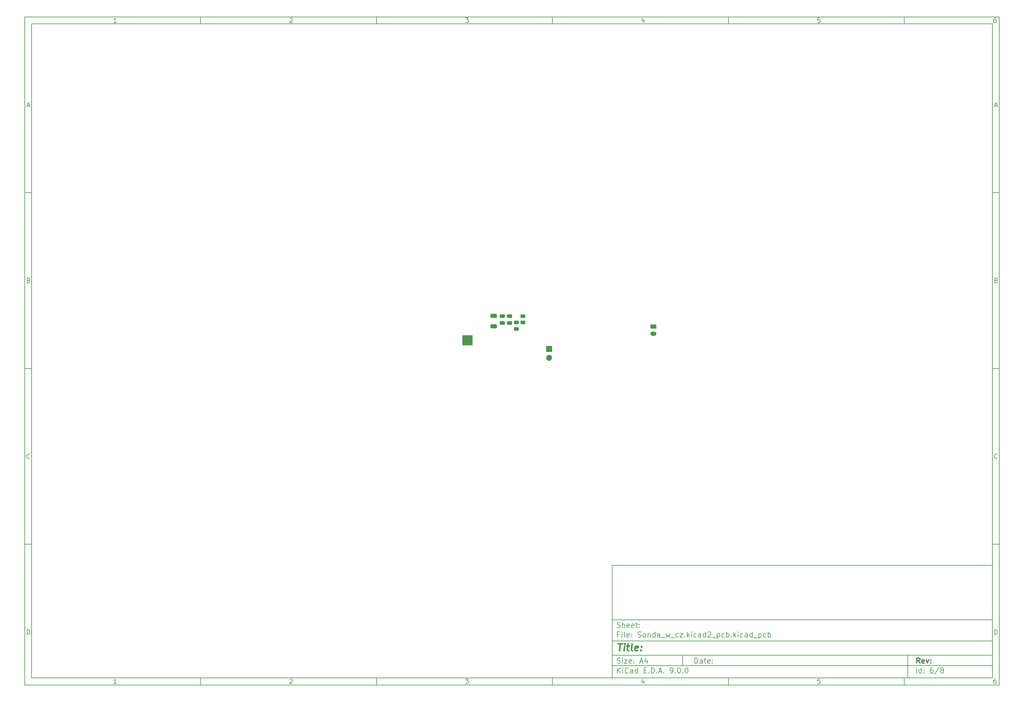
<source format=gbs>
%TF.GenerationSoftware,KiCad,Pcbnew,9.0.0*%
%TF.CreationDate,2025-03-20T15:23:59+01:00*%
%TF.ProjectId,Sonda_w_cz.kicad2_pcb,536f6e64-615f-4775-9f63-7a2e6b696361,rev?*%
%TF.SameCoordinates,Original*%
%TF.FileFunction,Soldermask,Bot*%
%TF.FilePolarity,Negative*%
%FSLAX46Y46*%
G04 Gerber Fmt 4.6, Leading zero omitted, Abs format (unit mm)*
G04 Created by KiCad (PCBNEW 9.0.0) date 2025-03-20 15:23:59*
%MOMM*%
%LPD*%
G01*
G04 APERTURE LIST*
G04 Aperture macros list*
%AMRoundRect*
0 Rectangle with rounded corners*
0 $1 Rounding radius*
0 $2 $3 $4 $5 $6 $7 $8 $9 X,Y pos of 4 corners*
0 Add a 4 corners polygon primitive as box body*
4,1,4,$2,$3,$4,$5,$6,$7,$8,$9,$2,$3,0*
0 Add four circle primitives for the rounded corners*
1,1,$1+$1,$2,$3*
1,1,$1+$1,$4,$5*
1,1,$1+$1,$6,$7*
1,1,$1+$1,$8,$9*
0 Add four rect primitives between the rounded corners*
20,1,$1+$1,$2,$3,$4,$5,0*
20,1,$1+$1,$4,$5,$6,$7,0*
20,1,$1+$1,$6,$7,$8,$9,0*
20,1,$1+$1,$8,$9,$2,$3,0*%
G04 Aperture macros list end*
%ADD10C,0.100000*%
%ADD11C,0.150000*%
%ADD12C,0.300000*%
%ADD13C,0.400000*%
%ADD14R,1.700000X1.700000*%
%ADD15O,1.700000X1.700000*%
%ADD16RoundRect,0.250000X-0.625000X0.350000X-0.625000X-0.350000X0.625000X-0.350000X0.625000X0.350000X0*%
%ADD17O,1.750000X1.200000*%
%ADD18R,3.000000X3.000000*%
%ADD19RoundRect,0.250000X-0.450000X0.262500X-0.450000X-0.262500X0.450000X-0.262500X0.450000X0.262500X0*%
%ADD20RoundRect,0.250000X0.475000X-0.250000X0.475000X0.250000X-0.475000X0.250000X-0.475000X-0.250000X0*%
%ADD21RoundRect,0.250000X0.650000X-0.325000X0.650000X0.325000X-0.650000X0.325000X-0.650000X-0.325000X0*%
G04 APERTURE END LIST*
D10*
D11*
X177002200Y-166007200D02*
X285002200Y-166007200D01*
X285002200Y-198007200D01*
X177002200Y-198007200D01*
X177002200Y-166007200D01*
D10*
D11*
X10000000Y-10000000D02*
X287002200Y-10000000D01*
X287002200Y-200007200D01*
X10000000Y-200007200D01*
X10000000Y-10000000D01*
D10*
D11*
X12000000Y-12000000D02*
X285002200Y-12000000D01*
X285002200Y-198007200D01*
X12000000Y-198007200D01*
X12000000Y-12000000D01*
D10*
D11*
X60000000Y-12000000D02*
X60000000Y-10000000D01*
D10*
D11*
X110000000Y-12000000D02*
X110000000Y-10000000D01*
D10*
D11*
X160000000Y-12000000D02*
X160000000Y-10000000D01*
D10*
D11*
X210000000Y-12000000D02*
X210000000Y-10000000D01*
D10*
D11*
X260000000Y-12000000D02*
X260000000Y-10000000D01*
D10*
D11*
X36089160Y-11593604D02*
X35346303Y-11593604D01*
X35717731Y-11593604D02*
X35717731Y-10293604D01*
X35717731Y-10293604D02*
X35593922Y-10479319D01*
X35593922Y-10479319D02*
X35470112Y-10603128D01*
X35470112Y-10603128D02*
X35346303Y-10665033D01*
D10*
D11*
X85346303Y-10417414D02*
X85408207Y-10355509D01*
X85408207Y-10355509D02*
X85532017Y-10293604D01*
X85532017Y-10293604D02*
X85841541Y-10293604D01*
X85841541Y-10293604D02*
X85965350Y-10355509D01*
X85965350Y-10355509D02*
X86027255Y-10417414D01*
X86027255Y-10417414D02*
X86089160Y-10541223D01*
X86089160Y-10541223D02*
X86089160Y-10665033D01*
X86089160Y-10665033D02*
X86027255Y-10850747D01*
X86027255Y-10850747D02*
X85284398Y-11593604D01*
X85284398Y-11593604D02*
X86089160Y-11593604D01*
D10*
D11*
X135284398Y-10293604D02*
X136089160Y-10293604D01*
X136089160Y-10293604D02*
X135655826Y-10788842D01*
X135655826Y-10788842D02*
X135841541Y-10788842D01*
X135841541Y-10788842D02*
X135965350Y-10850747D01*
X135965350Y-10850747D02*
X136027255Y-10912652D01*
X136027255Y-10912652D02*
X136089160Y-11036461D01*
X136089160Y-11036461D02*
X136089160Y-11345985D01*
X136089160Y-11345985D02*
X136027255Y-11469795D01*
X136027255Y-11469795D02*
X135965350Y-11531700D01*
X135965350Y-11531700D02*
X135841541Y-11593604D01*
X135841541Y-11593604D02*
X135470112Y-11593604D01*
X135470112Y-11593604D02*
X135346303Y-11531700D01*
X135346303Y-11531700D02*
X135284398Y-11469795D01*
D10*
D11*
X185965350Y-10726938D02*
X185965350Y-11593604D01*
X185655826Y-10231700D02*
X185346303Y-11160271D01*
X185346303Y-11160271D02*
X186151064Y-11160271D01*
D10*
D11*
X236027255Y-10293604D02*
X235408207Y-10293604D01*
X235408207Y-10293604D02*
X235346303Y-10912652D01*
X235346303Y-10912652D02*
X235408207Y-10850747D01*
X235408207Y-10850747D02*
X235532017Y-10788842D01*
X235532017Y-10788842D02*
X235841541Y-10788842D01*
X235841541Y-10788842D02*
X235965350Y-10850747D01*
X235965350Y-10850747D02*
X236027255Y-10912652D01*
X236027255Y-10912652D02*
X236089160Y-11036461D01*
X236089160Y-11036461D02*
X236089160Y-11345985D01*
X236089160Y-11345985D02*
X236027255Y-11469795D01*
X236027255Y-11469795D02*
X235965350Y-11531700D01*
X235965350Y-11531700D02*
X235841541Y-11593604D01*
X235841541Y-11593604D02*
X235532017Y-11593604D01*
X235532017Y-11593604D02*
X235408207Y-11531700D01*
X235408207Y-11531700D02*
X235346303Y-11469795D01*
D10*
D11*
X285965350Y-10293604D02*
X285717731Y-10293604D01*
X285717731Y-10293604D02*
X285593922Y-10355509D01*
X285593922Y-10355509D02*
X285532017Y-10417414D01*
X285532017Y-10417414D02*
X285408207Y-10603128D01*
X285408207Y-10603128D02*
X285346303Y-10850747D01*
X285346303Y-10850747D02*
X285346303Y-11345985D01*
X285346303Y-11345985D02*
X285408207Y-11469795D01*
X285408207Y-11469795D02*
X285470112Y-11531700D01*
X285470112Y-11531700D02*
X285593922Y-11593604D01*
X285593922Y-11593604D02*
X285841541Y-11593604D01*
X285841541Y-11593604D02*
X285965350Y-11531700D01*
X285965350Y-11531700D02*
X286027255Y-11469795D01*
X286027255Y-11469795D02*
X286089160Y-11345985D01*
X286089160Y-11345985D02*
X286089160Y-11036461D01*
X286089160Y-11036461D02*
X286027255Y-10912652D01*
X286027255Y-10912652D02*
X285965350Y-10850747D01*
X285965350Y-10850747D02*
X285841541Y-10788842D01*
X285841541Y-10788842D02*
X285593922Y-10788842D01*
X285593922Y-10788842D02*
X285470112Y-10850747D01*
X285470112Y-10850747D02*
X285408207Y-10912652D01*
X285408207Y-10912652D02*
X285346303Y-11036461D01*
D10*
D11*
X60000000Y-198007200D02*
X60000000Y-200007200D01*
D10*
D11*
X110000000Y-198007200D02*
X110000000Y-200007200D01*
D10*
D11*
X160000000Y-198007200D02*
X160000000Y-200007200D01*
D10*
D11*
X210000000Y-198007200D02*
X210000000Y-200007200D01*
D10*
D11*
X260000000Y-198007200D02*
X260000000Y-200007200D01*
D10*
D11*
X36089160Y-199600804D02*
X35346303Y-199600804D01*
X35717731Y-199600804D02*
X35717731Y-198300804D01*
X35717731Y-198300804D02*
X35593922Y-198486519D01*
X35593922Y-198486519D02*
X35470112Y-198610328D01*
X35470112Y-198610328D02*
X35346303Y-198672233D01*
D10*
D11*
X85346303Y-198424614D02*
X85408207Y-198362709D01*
X85408207Y-198362709D02*
X85532017Y-198300804D01*
X85532017Y-198300804D02*
X85841541Y-198300804D01*
X85841541Y-198300804D02*
X85965350Y-198362709D01*
X85965350Y-198362709D02*
X86027255Y-198424614D01*
X86027255Y-198424614D02*
X86089160Y-198548423D01*
X86089160Y-198548423D02*
X86089160Y-198672233D01*
X86089160Y-198672233D02*
X86027255Y-198857947D01*
X86027255Y-198857947D02*
X85284398Y-199600804D01*
X85284398Y-199600804D02*
X86089160Y-199600804D01*
D10*
D11*
X135284398Y-198300804D02*
X136089160Y-198300804D01*
X136089160Y-198300804D02*
X135655826Y-198796042D01*
X135655826Y-198796042D02*
X135841541Y-198796042D01*
X135841541Y-198796042D02*
X135965350Y-198857947D01*
X135965350Y-198857947D02*
X136027255Y-198919852D01*
X136027255Y-198919852D02*
X136089160Y-199043661D01*
X136089160Y-199043661D02*
X136089160Y-199353185D01*
X136089160Y-199353185D02*
X136027255Y-199476995D01*
X136027255Y-199476995D02*
X135965350Y-199538900D01*
X135965350Y-199538900D02*
X135841541Y-199600804D01*
X135841541Y-199600804D02*
X135470112Y-199600804D01*
X135470112Y-199600804D02*
X135346303Y-199538900D01*
X135346303Y-199538900D02*
X135284398Y-199476995D01*
D10*
D11*
X185965350Y-198734138D02*
X185965350Y-199600804D01*
X185655826Y-198238900D02*
X185346303Y-199167471D01*
X185346303Y-199167471D02*
X186151064Y-199167471D01*
D10*
D11*
X236027255Y-198300804D02*
X235408207Y-198300804D01*
X235408207Y-198300804D02*
X235346303Y-198919852D01*
X235346303Y-198919852D02*
X235408207Y-198857947D01*
X235408207Y-198857947D02*
X235532017Y-198796042D01*
X235532017Y-198796042D02*
X235841541Y-198796042D01*
X235841541Y-198796042D02*
X235965350Y-198857947D01*
X235965350Y-198857947D02*
X236027255Y-198919852D01*
X236027255Y-198919852D02*
X236089160Y-199043661D01*
X236089160Y-199043661D02*
X236089160Y-199353185D01*
X236089160Y-199353185D02*
X236027255Y-199476995D01*
X236027255Y-199476995D02*
X235965350Y-199538900D01*
X235965350Y-199538900D02*
X235841541Y-199600804D01*
X235841541Y-199600804D02*
X235532017Y-199600804D01*
X235532017Y-199600804D02*
X235408207Y-199538900D01*
X235408207Y-199538900D02*
X235346303Y-199476995D01*
D10*
D11*
X285965350Y-198300804D02*
X285717731Y-198300804D01*
X285717731Y-198300804D02*
X285593922Y-198362709D01*
X285593922Y-198362709D02*
X285532017Y-198424614D01*
X285532017Y-198424614D02*
X285408207Y-198610328D01*
X285408207Y-198610328D02*
X285346303Y-198857947D01*
X285346303Y-198857947D02*
X285346303Y-199353185D01*
X285346303Y-199353185D02*
X285408207Y-199476995D01*
X285408207Y-199476995D02*
X285470112Y-199538900D01*
X285470112Y-199538900D02*
X285593922Y-199600804D01*
X285593922Y-199600804D02*
X285841541Y-199600804D01*
X285841541Y-199600804D02*
X285965350Y-199538900D01*
X285965350Y-199538900D02*
X286027255Y-199476995D01*
X286027255Y-199476995D02*
X286089160Y-199353185D01*
X286089160Y-199353185D02*
X286089160Y-199043661D01*
X286089160Y-199043661D02*
X286027255Y-198919852D01*
X286027255Y-198919852D02*
X285965350Y-198857947D01*
X285965350Y-198857947D02*
X285841541Y-198796042D01*
X285841541Y-198796042D02*
X285593922Y-198796042D01*
X285593922Y-198796042D02*
X285470112Y-198857947D01*
X285470112Y-198857947D02*
X285408207Y-198919852D01*
X285408207Y-198919852D02*
X285346303Y-199043661D01*
D10*
D11*
X10000000Y-60000000D02*
X12000000Y-60000000D01*
D10*
D11*
X10000000Y-110000000D02*
X12000000Y-110000000D01*
D10*
D11*
X10000000Y-160000000D02*
X12000000Y-160000000D01*
D10*
D11*
X10690476Y-35222176D02*
X11309523Y-35222176D01*
X10566666Y-35593604D02*
X10999999Y-34293604D01*
X10999999Y-34293604D02*
X11433333Y-35593604D01*
D10*
D11*
X11092857Y-84912652D02*
X11278571Y-84974557D01*
X11278571Y-84974557D02*
X11340476Y-85036461D01*
X11340476Y-85036461D02*
X11402380Y-85160271D01*
X11402380Y-85160271D02*
X11402380Y-85345985D01*
X11402380Y-85345985D02*
X11340476Y-85469795D01*
X11340476Y-85469795D02*
X11278571Y-85531700D01*
X11278571Y-85531700D02*
X11154761Y-85593604D01*
X11154761Y-85593604D02*
X10659523Y-85593604D01*
X10659523Y-85593604D02*
X10659523Y-84293604D01*
X10659523Y-84293604D02*
X11092857Y-84293604D01*
X11092857Y-84293604D02*
X11216666Y-84355509D01*
X11216666Y-84355509D02*
X11278571Y-84417414D01*
X11278571Y-84417414D02*
X11340476Y-84541223D01*
X11340476Y-84541223D02*
X11340476Y-84665033D01*
X11340476Y-84665033D02*
X11278571Y-84788842D01*
X11278571Y-84788842D02*
X11216666Y-84850747D01*
X11216666Y-84850747D02*
X11092857Y-84912652D01*
X11092857Y-84912652D02*
X10659523Y-84912652D01*
D10*
D11*
X11402380Y-135469795D02*
X11340476Y-135531700D01*
X11340476Y-135531700D02*
X11154761Y-135593604D01*
X11154761Y-135593604D02*
X11030952Y-135593604D01*
X11030952Y-135593604D02*
X10845238Y-135531700D01*
X10845238Y-135531700D02*
X10721428Y-135407890D01*
X10721428Y-135407890D02*
X10659523Y-135284080D01*
X10659523Y-135284080D02*
X10597619Y-135036461D01*
X10597619Y-135036461D02*
X10597619Y-134850747D01*
X10597619Y-134850747D02*
X10659523Y-134603128D01*
X10659523Y-134603128D02*
X10721428Y-134479319D01*
X10721428Y-134479319D02*
X10845238Y-134355509D01*
X10845238Y-134355509D02*
X11030952Y-134293604D01*
X11030952Y-134293604D02*
X11154761Y-134293604D01*
X11154761Y-134293604D02*
X11340476Y-134355509D01*
X11340476Y-134355509D02*
X11402380Y-134417414D01*
D10*
D11*
X10659523Y-185593604D02*
X10659523Y-184293604D01*
X10659523Y-184293604D02*
X10969047Y-184293604D01*
X10969047Y-184293604D02*
X11154761Y-184355509D01*
X11154761Y-184355509D02*
X11278571Y-184479319D01*
X11278571Y-184479319D02*
X11340476Y-184603128D01*
X11340476Y-184603128D02*
X11402380Y-184850747D01*
X11402380Y-184850747D02*
X11402380Y-185036461D01*
X11402380Y-185036461D02*
X11340476Y-185284080D01*
X11340476Y-185284080D02*
X11278571Y-185407890D01*
X11278571Y-185407890D02*
X11154761Y-185531700D01*
X11154761Y-185531700D02*
X10969047Y-185593604D01*
X10969047Y-185593604D02*
X10659523Y-185593604D01*
D10*
D11*
X287002200Y-60000000D02*
X285002200Y-60000000D01*
D10*
D11*
X287002200Y-110000000D02*
X285002200Y-110000000D01*
D10*
D11*
X287002200Y-160000000D02*
X285002200Y-160000000D01*
D10*
D11*
X285692676Y-35222176D02*
X286311723Y-35222176D01*
X285568866Y-35593604D02*
X286002199Y-34293604D01*
X286002199Y-34293604D02*
X286435533Y-35593604D01*
D10*
D11*
X286095057Y-84912652D02*
X286280771Y-84974557D01*
X286280771Y-84974557D02*
X286342676Y-85036461D01*
X286342676Y-85036461D02*
X286404580Y-85160271D01*
X286404580Y-85160271D02*
X286404580Y-85345985D01*
X286404580Y-85345985D02*
X286342676Y-85469795D01*
X286342676Y-85469795D02*
X286280771Y-85531700D01*
X286280771Y-85531700D02*
X286156961Y-85593604D01*
X286156961Y-85593604D02*
X285661723Y-85593604D01*
X285661723Y-85593604D02*
X285661723Y-84293604D01*
X285661723Y-84293604D02*
X286095057Y-84293604D01*
X286095057Y-84293604D02*
X286218866Y-84355509D01*
X286218866Y-84355509D02*
X286280771Y-84417414D01*
X286280771Y-84417414D02*
X286342676Y-84541223D01*
X286342676Y-84541223D02*
X286342676Y-84665033D01*
X286342676Y-84665033D02*
X286280771Y-84788842D01*
X286280771Y-84788842D02*
X286218866Y-84850747D01*
X286218866Y-84850747D02*
X286095057Y-84912652D01*
X286095057Y-84912652D02*
X285661723Y-84912652D01*
D10*
D11*
X286404580Y-135469795D02*
X286342676Y-135531700D01*
X286342676Y-135531700D02*
X286156961Y-135593604D01*
X286156961Y-135593604D02*
X286033152Y-135593604D01*
X286033152Y-135593604D02*
X285847438Y-135531700D01*
X285847438Y-135531700D02*
X285723628Y-135407890D01*
X285723628Y-135407890D02*
X285661723Y-135284080D01*
X285661723Y-135284080D02*
X285599819Y-135036461D01*
X285599819Y-135036461D02*
X285599819Y-134850747D01*
X285599819Y-134850747D02*
X285661723Y-134603128D01*
X285661723Y-134603128D02*
X285723628Y-134479319D01*
X285723628Y-134479319D02*
X285847438Y-134355509D01*
X285847438Y-134355509D02*
X286033152Y-134293604D01*
X286033152Y-134293604D02*
X286156961Y-134293604D01*
X286156961Y-134293604D02*
X286342676Y-134355509D01*
X286342676Y-134355509D02*
X286404580Y-134417414D01*
D10*
D11*
X285661723Y-185593604D02*
X285661723Y-184293604D01*
X285661723Y-184293604D02*
X285971247Y-184293604D01*
X285971247Y-184293604D02*
X286156961Y-184355509D01*
X286156961Y-184355509D02*
X286280771Y-184479319D01*
X286280771Y-184479319D02*
X286342676Y-184603128D01*
X286342676Y-184603128D02*
X286404580Y-184850747D01*
X286404580Y-184850747D02*
X286404580Y-185036461D01*
X286404580Y-185036461D02*
X286342676Y-185284080D01*
X286342676Y-185284080D02*
X286280771Y-185407890D01*
X286280771Y-185407890D02*
X286156961Y-185531700D01*
X286156961Y-185531700D02*
X285971247Y-185593604D01*
X285971247Y-185593604D02*
X285661723Y-185593604D01*
D10*
D11*
X200458026Y-193793328D02*
X200458026Y-192293328D01*
X200458026Y-192293328D02*
X200815169Y-192293328D01*
X200815169Y-192293328D02*
X201029455Y-192364757D01*
X201029455Y-192364757D02*
X201172312Y-192507614D01*
X201172312Y-192507614D02*
X201243741Y-192650471D01*
X201243741Y-192650471D02*
X201315169Y-192936185D01*
X201315169Y-192936185D02*
X201315169Y-193150471D01*
X201315169Y-193150471D02*
X201243741Y-193436185D01*
X201243741Y-193436185D02*
X201172312Y-193579042D01*
X201172312Y-193579042D02*
X201029455Y-193721900D01*
X201029455Y-193721900D02*
X200815169Y-193793328D01*
X200815169Y-193793328D02*
X200458026Y-193793328D01*
X202600884Y-193793328D02*
X202600884Y-193007614D01*
X202600884Y-193007614D02*
X202529455Y-192864757D01*
X202529455Y-192864757D02*
X202386598Y-192793328D01*
X202386598Y-192793328D02*
X202100884Y-192793328D01*
X202100884Y-192793328D02*
X201958026Y-192864757D01*
X202600884Y-193721900D02*
X202458026Y-193793328D01*
X202458026Y-193793328D02*
X202100884Y-193793328D01*
X202100884Y-193793328D02*
X201958026Y-193721900D01*
X201958026Y-193721900D02*
X201886598Y-193579042D01*
X201886598Y-193579042D02*
X201886598Y-193436185D01*
X201886598Y-193436185D02*
X201958026Y-193293328D01*
X201958026Y-193293328D02*
X202100884Y-193221900D01*
X202100884Y-193221900D02*
X202458026Y-193221900D01*
X202458026Y-193221900D02*
X202600884Y-193150471D01*
X203100884Y-192793328D02*
X203672312Y-192793328D01*
X203315169Y-192293328D02*
X203315169Y-193579042D01*
X203315169Y-193579042D02*
X203386598Y-193721900D01*
X203386598Y-193721900D02*
X203529455Y-193793328D01*
X203529455Y-193793328D02*
X203672312Y-193793328D01*
X204743741Y-193721900D02*
X204600884Y-193793328D01*
X204600884Y-193793328D02*
X204315170Y-193793328D01*
X204315170Y-193793328D02*
X204172312Y-193721900D01*
X204172312Y-193721900D02*
X204100884Y-193579042D01*
X204100884Y-193579042D02*
X204100884Y-193007614D01*
X204100884Y-193007614D02*
X204172312Y-192864757D01*
X204172312Y-192864757D02*
X204315170Y-192793328D01*
X204315170Y-192793328D02*
X204600884Y-192793328D01*
X204600884Y-192793328D02*
X204743741Y-192864757D01*
X204743741Y-192864757D02*
X204815170Y-193007614D01*
X204815170Y-193007614D02*
X204815170Y-193150471D01*
X204815170Y-193150471D02*
X204100884Y-193293328D01*
X205458026Y-193650471D02*
X205529455Y-193721900D01*
X205529455Y-193721900D02*
X205458026Y-193793328D01*
X205458026Y-193793328D02*
X205386598Y-193721900D01*
X205386598Y-193721900D02*
X205458026Y-193650471D01*
X205458026Y-193650471D02*
X205458026Y-193793328D01*
X205458026Y-192864757D02*
X205529455Y-192936185D01*
X205529455Y-192936185D02*
X205458026Y-193007614D01*
X205458026Y-193007614D02*
X205386598Y-192936185D01*
X205386598Y-192936185D02*
X205458026Y-192864757D01*
X205458026Y-192864757D02*
X205458026Y-193007614D01*
D10*
D11*
X177002200Y-194507200D02*
X285002200Y-194507200D01*
D10*
D11*
X178458026Y-196593328D02*
X178458026Y-195093328D01*
X179315169Y-196593328D02*
X178672312Y-195736185D01*
X179315169Y-195093328D02*
X178458026Y-195950471D01*
X179958026Y-196593328D02*
X179958026Y-195593328D01*
X179958026Y-195093328D02*
X179886598Y-195164757D01*
X179886598Y-195164757D02*
X179958026Y-195236185D01*
X179958026Y-195236185D02*
X180029455Y-195164757D01*
X180029455Y-195164757D02*
X179958026Y-195093328D01*
X179958026Y-195093328D02*
X179958026Y-195236185D01*
X181529455Y-196450471D02*
X181458027Y-196521900D01*
X181458027Y-196521900D02*
X181243741Y-196593328D01*
X181243741Y-196593328D02*
X181100884Y-196593328D01*
X181100884Y-196593328D02*
X180886598Y-196521900D01*
X180886598Y-196521900D02*
X180743741Y-196379042D01*
X180743741Y-196379042D02*
X180672312Y-196236185D01*
X180672312Y-196236185D02*
X180600884Y-195950471D01*
X180600884Y-195950471D02*
X180600884Y-195736185D01*
X180600884Y-195736185D02*
X180672312Y-195450471D01*
X180672312Y-195450471D02*
X180743741Y-195307614D01*
X180743741Y-195307614D02*
X180886598Y-195164757D01*
X180886598Y-195164757D02*
X181100884Y-195093328D01*
X181100884Y-195093328D02*
X181243741Y-195093328D01*
X181243741Y-195093328D02*
X181458027Y-195164757D01*
X181458027Y-195164757D02*
X181529455Y-195236185D01*
X182815170Y-196593328D02*
X182815170Y-195807614D01*
X182815170Y-195807614D02*
X182743741Y-195664757D01*
X182743741Y-195664757D02*
X182600884Y-195593328D01*
X182600884Y-195593328D02*
X182315170Y-195593328D01*
X182315170Y-195593328D02*
X182172312Y-195664757D01*
X182815170Y-196521900D02*
X182672312Y-196593328D01*
X182672312Y-196593328D02*
X182315170Y-196593328D01*
X182315170Y-196593328D02*
X182172312Y-196521900D01*
X182172312Y-196521900D02*
X182100884Y-196379042D01*
X182100884Y-196379042D02*
X182100884Y-196236185D01*
X182100884Y-196236185D02*
X182172312Y-196093328D01*
X182172312Y-196093328D02*
X182315170Y-196021900D01*
X182315170Y-196021900D02*
X182672312Y-196021900D01*
X182672312Y-196021900D02*
X182815170Y-195950471D01*
X184172313Y-196593328D02*
X184172313Y-195093328D01*
X184172313Y-196521900D02*
X184029455Y-196593328D01*
X184029455Y-196593328D02*
X183743741Y-196593328D01*
X183743741Y-196593328D02*
X183600884Y-196521900D01*
X183600884Y-196521900D02*
X183529455Y-196450471D01*
X183529455Y-196450471D02*
X183458027Y-196307614D01*
X183458027Y-196307614D02*
X183458027Y-195879042D01*
X183458027Y-195879042D02*
X183529455Y-195736185D01*
X183529455Y-195736185D02*
X183600884Y-195664757D01*
X183600884Y-195664757D02*
X183743741Y-195593328D01*
X183743741Y-195593328D02*
X184029455Y-195593328D01*
X184029455Y-195593328D02*
X184172313Y-195664757D01*
X186029455Y-195807614D02*
X186529455Y-195807614D01*
X186743741Y-196593328D02*
X186029455Y-196593328D01*
X186029455Y-196593328D02*
X186029455Y-195093328D01*
X186029455Y-195093328D02*
X186743741Y-195093328D01*
X187386598Y-196450471D02*
X187458027Y-196521900D01*
X187458027Y-196521900D02*
X187386598Y-196593328D01*
X187386598Y-196593328D02*
X187315170Y-196521900D01*
X187315170Y-196521900D02*
X187386598Y-196450471D01*
X187386598Y-196450471D02*
X187386598Y-196593328D01*
X188100884Y-196593328D02*
X188100884Y-195093328D01*
X188100884Y-195093328D02*
X188458027Y-195093328D01*
X188458027Y-195093328D02*
X188672313Y-195164757D01*
X188672313Y-195164757D02*
X188815170Y-195307614D01*
X188815170Y-195307614D02*
X188886599Y-195450471D01*
X188886599Y-195450471D02*
X188958027Y-195736185D01*
X188958027Y-195736185D02*
X188958027Y-195950471D01*
X188958027Y-195950471D02*
X188886599Y-196236185D01*
X188886599Y-196236185D02*
X188815170Y-196379042D01*
X188815170Y-196379042D02*
X188672313Y-196521900D01*
X188672313Y-196521900D02*
X188458027Y-196593328D01*
X188458027Y-196593328D02*
X188100884Y-196593328D01*
X189600884Y-196450471D02*
X189672313Y-196521900D01*
X189672313Y-196521900D02*
X189600884Y-196593328D01*
X189600884Y-196593328D02*
X189529456Y-196521900D01*
X189529456Y-196521900D02*
X189600884Y-196450471D01*
X189600884Y-196450471D02*
X189600884Y-196593328D01*
X190243742Y-196164757D02*
X190958028Y-196164757D01*
X190100885Y-196593328D02*
X190600885Y-195093328D01*
X190600885Y-195093328D02*
X191100885Y-196593328D01*
X191600884Y-196450471D02*
X191672313Y-196521900D01*
X191672313Y-196521900D02*
X191600884Y-196593328D01*
X191600884Y-196593328D02*
X191529456Y-196521900D01*
X191529456Y-196521900D02*
X191600884Y-196450471D01*
X191600884Y-196450471D02*
X191600884Y-196593328D01*
X193529456Y-196593328D02*
X193815170Y-196593328D01*
X193815170Y-196593328D02*
X193958027Y-196521900D01*
X193958027Y-196521900D02*
X194029456Y-196450471D01*
X194029456Y-196450471D02*
X194172313Y-196236185D01*
X194172313Y-196236185D02*
X194243742Y-195950471D01*
X194243742Y-195950471D02*
X194243742Y-195379042D01*
X194243742Y-195379042D02*
X194172313Y-195236185D01*
X194172313Y-195236185D02*
X194100885Y-195164757D01*
X194100885Y-195164757D02*
X193958027Y-195093328D01*
X193958027Y-195093328D02*
X193672313Y-195093328D01*
X193672313Y-195093328D02*
X193529456Y-195164757D01*
X193529456Y-195164757D02*
X193458027Y-195236185D01*
X193458027Y-195236185D02*
X193386599Y-195379042D01*
X193386599Y-195379042D02*
X193386599Y-195736185D01*
X193386599Y-195736185D02*
X193458027Y-195879042D01*
X193458027Y-195879042D02*
X193529456Y-195950471D01*
X193529456Y-195950471D02*
X193672313Y-196021900D01*
X193672313Y-196021900D02*
X193958027Y-196021900D01*
X193958027Y-196021900D02*
X194100885Y-195950471D01*
X194100885Y-195950471D02*
X194172313Y-195879042D01*
X194172313Y-195879042D02*
X194243742Y-195736185D01*
X194886598Y-196450471D02*
X194958027Y-196521900D01*
X194958027Y-196521900D02*
X194886598Y-196593328D01*
X194886598Y-196593328D02*
X194815170Y-196521900D01*
X194815170Y-196521900D02*
X194886598Y-196450471D01*
X194886598Y-196450471D02*
X194886598Y-196593328D01*
X195886599Y-195093328D02*
X196029456Y-195093328D01*
X196029456Y-195093328D02*
X196172313Y-195164757D01*
X196172313Y-195164757D02*
X196243742Y-195236185D01*
X196243742Y-195236185D02*
X196315170Y-195379042D01*
X196315170Y-195379042D02*
X196386599Y-195664757D01*
X196386599Y-195664757D02*
X196386599Y-196021900D01*
X196386599Y-196021900D02*
X196315170Y-196307614D01*
X196315170Y-196307614D02*
X196243742Y-196450471D01*
X196243742Y-196450471D02*
X196172313Y-196521900D01*
X196172313Y-196521900D02*
X196029456Y-196593328D01*
X196029456Y-196593328D02*
X195886599Y-196593328D01*
X195886599Y-196593328D02*
X195743742Y-196521900D01*
X195743742Y-196521900D02*
X195672313Y-196450471D01*
X195672313Y-196450471D02*
X195600884Y-196307614D01*
X195600884Y-196307614D02*
X195529456Y-196021900D01*
X195529456Y-196021900D02*
X195529456Y-195664757D01*
X195529456Y-195664757D02*
X195600884Y-195379042D01*
X195600884Y-195379042D02*
X195672313Y-195236185D01*
X195672313Y-195236185D02*
X195743742Y-195164757D01*
X195743742Y-195164757D02*
X195886599Y-195093328D01*
X197029455Y-196450471D02*
X197100884Y-196521900D01*
X197100884Y-196521900D02*
X197029455Y-196593328D01*
X197029455Y-196593328D02*
X196958027Y-196521900D01*
X196958027Y-196521900D02*
X197029455Y-196450471D01*
X197029455Y-196450471D02*
X197029455Y-196593328D01*
X198029456Y-195093328D02*
X198172313Y-195093328D01*
X198172313Y-195093328D02*
X198315170Y-195164757D01*
X198315170Y-195164757D02*
X198386599Y-195236185D01*
X198386599Y-195236185D02*
X198458027Y-195379042D01*
X198458027Y-195379042D02*
X198529456Y-195664757D01*
X198529456Y-195664757D02*
X198529456Y-196021900D01*
X198529456Y-196021900D02*
X198458027Y-196307614D01*
X198458027Y-196307614D02*
X198386599Y-196450471D01*
X198386599Y-196450471D02*
X198315170Y-196521900D01*
X198315170Y-196521900D02*
X198172313Y-196593328D01*
X198172313Y-196593328D02*
X198029456Y-196593328D01*
X198029456Y-196593328D02*
X197886599Y-196521900D01*
X197886599Y-196521900D02*
X197815170Y-196450471D01*
X197815170Y-196450471D02*
X197743741Y-196307614D01*
X197743741Y-196307614D02*
X197672313Y-196021900D01*
X197672313Y-196021900D02*
X197672313Y-195664757D01*
X197672313Y-195664757D02*
X197743741Y-195379042D01*
X197743741Y-195379042D02*
X197815170Y-195236185D01*
X197815170Y-195236185D02*
X197886599Y-195164757D01*
X197886599Y-195164757D02*
X198029456Y-195093328D01*
D10*
D11*
X177002200Y-191507200D02*
X285002200Y-191507200D01*
D10*
D12*
X264413853Y-193785528D02*
X263913853Y-193071242D01*
X263556710Y-193785528D02*
X263556710Y-192285528D01*
X263556710Y-192285528D02*
X264128139Y-192285528D01*
X264128139Y-192285528D02*
X264270996Y-192356957D01*
X264270996Y-192356957D02*
X264342425Y-192428385D01*
X264342425Y-192428385D02*
X264413853Y-192571242D01*
X264413853Y-192571242D02*
X264413853Y-192785528D01*
X264413853Y-192785528D02*
X264342425Y-192928385D01*
X264342425Y-192928385D02*
X264270996Y-192999814D01*
X264270996Y-192999814D02*
X264128139Y-193071242D01*
X264128139Y-193071242D02*
X263556710Y-193071242D01*
X265628139Y-193714100D02*
X265485282Y-193785528D01*
X265485282Y-193785528D02*
X265199568Y-193785528D01*
X265199568Y-193785528D02*
X265056710Y-193714100D01*
X265056710Y-193714100D02*
X264985282Y-193571242D01*
X264985282Y-193571242D02*
X264985282Y-192999814D01*
X264985282Y-192999814D02*
X265056710Y-192856957D01*
X265056710Y-192856957D02*
X265199568Y-192785528D01*
X265199568Y-192785528D02*
X265485282Y-192785528D01*
X265485282Y-192785528D02*
X265628139Y-192856957D01*
X265628139Y-192856957D02*
X265699568Y-192999814D01*
X265699568Y-192999814D02*
X265699568Y-193142671D01*
X265699568Y-193142671D02*
X264985282Y-193285528D01*
X266199567Y-192785528D02*
X266556710Y-193785528D01*
X266556710Y-193785528D02*
X266913853Y-192785528D01*
X267485281Y-193642671D02*
X267556710Y-193714100D01*
X267556710Y-193714100D02*
X267485281Y-193785528D01*
X267485281Y-193785528D02*
X267413853Y-193714100D01*
X267413853Y-193714100D02*
X267485281Y-193642671D01*
X267485281Y-193642671D02*
X267485281Y-193785528D01*
X267485281Y-192856957D02*
X267556710Y-192928385D01*
X267556710Y-192928385D02*
X267485281Y-192999814D01*
X267485281Y-192999814D02*
X267413853Y-192928385D01*
X267413853Y-192928385D02*
X267485281Y-192856957D01*
X267485281Y-192856957D02*
X267485281Y-192999814D01*
D10*
D11*
X178386598Y-193721900D02*
X178600884Y-193793328D01*
X178600884Y-193793328D02*
X178958026Y-193793328D01*
X178958026Y-193793328D02*
X179100884Y-193721900D01*
X179100884Y-193721900D02*
X179172312Y-193650471D01*
X179172312Y-193650471D02*
X179243741Y-193507614D01*
X179243741Y-193507614D02*
X179243741Y-193364757D01*
X179243741Y-193364757D02*
X179172312Y-193221900D01*
X179172312Y-193221900D02*
X179100884Y-193150471D01*
X179100884Y-193150471D02*
X178958026Y-193079042D01*
X178958026Y-193079042D02*
X178672312Y-193007614D01*
X178672312Y-193007614D02*
X178529455Y-192936185D01*
X178529455Y-192936185D02*
X178458026Y-192864757D01*
X178458026Y-192864757D02*
X178386598Y-192721900D01*
X178386598Y-192721900D02*
X178386598Y-192579042D01*
X178386598Y-192579042D02*
X178458026Y-192436185D01*
X178458026Y-192436185D02*
X178529455Y-192364757D01*
X178529455Y-192364757D02*
X178672312Y-192293328D01*
X178672312Y-192293328D02*
X179029455Y-192293328D01*
X179029455Y-192293328D02*
X179243741Y-192364757D01*
X179886597Y-193793328D02*
X179886597Y-192793328D01*
X179886597Y-192293328D02*
X179815169Y-192364757D01*
X179815169Y-192364757D02*
X179886597Y-192436185D01*
X179886597Y-192436185D02*
X179958026Y-192364757D01*
X179958026Y-192364757D02*
X179886597Y-192293328D01*
X179886597Y-192293328D02*
X179886597Y-192436185D01*
X180458026Y-192793328D02*
X181243741Y-192793328D01*
X181243741Y-192793328D02*
X180458026Y-193793328D01*
X180458026Y-193793328D02*
X181243741Y-193793328D01*
X182386598Y-193721900D02*
X182243741Y-193793328D01*
X182243741Y-193793328D02*
X181958027Y-193793328D01*
X181958027Y-193793328D02*
X181815169Y-193721900D01*
X181815169Y-193721900D02*
X181743741Y-193579042D01*
X181743741Y-193579042D02*
X181743741Y-193007614D01*
X181743741Y-193007614D02*
X181815169Y-192864757D01*
X181815169Y-192864757D02*
X181958027Y-192793328D01*
X181958027Y-192793328D02*
X182243741Y-192793328D01*
X182243741Y-192793328D02*
X182386598Y-192864757D01*
X182386598Y-192864757D02*
X182458027Y-193007614D01*
X182458027Y-193007614D02*
X182458027Y-193150471D01*
X182458027Y-193150471D02*
X181743741Y-193293328D01*
X183100883Y-193650471D02*
X183172312Y-193721900D01*
X183172312Y-193721900D02*
X183100883Y-193793328D01*
X183100883Y-193793328D02*
X183029455Y-193721900D01*
X183029455Y-193721900D02*
X183100883Y-193650471D01*
X183100883Y-193650471D02*
X183100883Y-193793328D01*
X183100883Y-192864757D02*
X183172312Y-192936185D01*
X183172312Y-192936185D02*
X183100883Y-193007614D01*
X183100883Y-193007614D02*
X183029455Y-192936185D01*
X183029455Y-192936185D02*
X183100883Y-192864757D01*
X183100883Y-192864757D02*
X183100883Y-193007614D01*
X184886598Y-193364757D02*
X185600884Y-193364757D01*
X184743741Y-193793328D02*
X185243741Y-192293328D01*
X185243741Y-192293328D02*
X185743741Y-193793328D01*
X186886598Y-192793328D02*
X186886598Y-193793328D01*
X186529455Y-192221900D02*
X186172312Y-193293328D01*
X186172312Y-193293328D02*
X187100883Y-193293328D01*
D10*
D11*
X263458026Y-196593328D02*
X263458026Y-195093328D01*
X264815170Y-196593328D02*
X264815170Y-195093328D01*
X264815170Y-196521900D02*
X264672312Y-196593328D01*
X264672312Y-196593328D02*
X264386598Y-196593328D01*
X264386598Y-196593328D02*
X264243741Y-196521900D01*
X264243741Y-196521900D02*
X264172312Y-196450471D01*
X264172312Y-196450471D02*
X264100884Y-196307614D01*
X264100884Y-196307614D02*
X264100884Y-195879042D01*
X264100884Y-195879042D02*
X264172312Y-195736185D01*
X264172312Y-195736185D02*
X264243741Y-195664757D01*
X264243741Y-195664757D02*
X264386598Y-195593328D01*
X264386598Y-195593328D02*
X264672312Y-195593328D01*
X264672312Y-195593328D02*
X264815170Y-195664757D01*
X265529455Y-196450471D02*
X265600884Y-196521900D01*
X265600884Y-196521900D02*
X265529455Y-196593328D01*
X265529455Y-196593328D02*
X265458027Y-196521900D01*
X265458027Y-196521900D02*
X265529455Y-196450471D01*
X265529455Y-196450471D02*
X265529455Y-196593328D01*
X265529455Y-195664757D02*
X265600884Y-195736185D01*
X265600884Y-195736185D02*
X265529455Y-195807614D01*
X265529455Y-195807614D02*
X265458027Y-195736185D01*
X265458027Y-195736185D02*
X265529455Y-195664757D01*
X265529455Y-195664757D02*
X265529455Y-195807614D01*
X268029456Y-195093328D02*
X267743741Y-195093328D01*
X267743741Y-195093328D02*
X267600884Y-195164757D01*
X267600884Y-195164757D02*
X267529456Y-195236185D01*
X267529456Y-195236185D02*
X267386598Y-195450471D01*
X267386598Y-195450471D02*
X267315170Y-195736185D01*
X267315170Y-195736185D02*
X267315170Y-196307614D01*
X267315170Y-196307614D02*
X267386598Y-196450471D01*
X267386598Y-196450471D02*
X267458027Y-196521900D01*
X267458027Y-196521900D02*
X267600884Y-196593328D01*
X267600884Y-196593328D02*
X267886598Y-196593328D01*
X267886598Y-196593328D02*
X268029456Y-196521900D01*
X268029456Y-196521900D02*
X268100884Y-196450471D01*
X268100884Y-196450471D02*
X268172313Y-196307614D01*
X268172313Y-196307614D02*
X268172313Y-195950471D01*
X268172313Y-195950471D02*
X268100884Y-195807614D01*
X268100884Y-195807614D02*
X268029456Y-195736185D01*
X268029456Y-195736185D02*
X267886598Y-195664757D01*
X267886598Y-195664757D02*
X267600884Y-195664757D01*
X267600884Y-195664757D02*
X267458027Y-195736185D01*
X267458027Y-195736185D02*
X267386598Y-195807614D01*
X267386598Y-195807614D02*
X267315170Y-195950471D01*
X269886598Y-195021900D02*
X268600884Y-196950471D01*
X270600884Y-195736185D02*
X270458027Y-195664757D01*
X270458027Y-195664757D02*
X270386598Y-195593328D01*
X270386598Y-195593328D02*
X270315170Y-195450471D01*
X270315170Y-195450471D02*
X270315170Y-195379042D01*
X270315170Y-195379042D02*
X270386598Y-195236185D01*
X270386598Y-195236185D02*
X270458027Y-195164757D01*
X270458027Y-195164757D02*
X270600884Y-195093328D01*
X270600884Y-195093328D02*
X270886598Y-195093328D01*
X270886598Y-195093328D02*
X271029456Y-195164757D01*
X271029456Y-195164757D02*
X271100884Y-195236185D01*
X271100884Y-195236185D02*
X271172313Y-195379042D01*
X271172313Y-195379042D02*
X271172313Y-195450471D01*
X271172313Y-195450471D02*
X271100884Y-195593328D01*
X271100884Y-195593328D02*
X271029456Y-195664757D01*
X271029456Y-195664757D02*
X270886598Y-195736185D01*
X270886598Y-195736185D02*
X270600884Y-195736185D01*
X270600884Y-195736185D02*
X270458027Y-195807614D01*
X270458027Y-195807614D02*
X270386598Y-195879042D01*
X270386598Y-195879042D02*
X270315170Y-196021900D01*
X270315170Y-196021900D02*
X270315170Y-196307614D01*
X270315170Y-196307614D02*
X270386598Y-196450471D01*
X270386598Y-196450471D02*
X270458027Y-196521900D01*
X270458027Y-196521900D02*
X270600884Y-196593328D01*
X270600884Y-196593328D02*
X270886598Y-196593328D01*
X270886598Y-196593328D02*
X271029456Y-196521900D01*
X271029456Y-196521900D02*
X271100884Y-196450471D01*
X271100884Y-196450471D02*
X271172313Y-196307614D01*
X271172313Y-196307614D02*
X271172313Y-196021900D01*
X271172313Y-196021900D02*
X271100884Y-195879042D01*
X271100884Y-195879042D02*
X271029456Y-195807614D01*
X271029456Y-195807614D02*
X270886598Y-195736185D01*
D10*
D11*
X177002200Y-187507200D02*
X285002200Y-187507200D01*
D10*
D13*
X178693928Y-188211638D02*
X179836785Y-188211638D01*
X179015357Y-190211638D02*
X179265357Y-188211638D01*
X180253452Y-190211638D02*
X180420119Y-188878304D01*
X180503452Y-188211638D02*
X180396309Y-188306876D01*
X180396309Y-188306876D02*
X180479643Y-188402114D01*
X180479643Y-188402114D02*
X180586786Y-188306876D01*
X180586786Y-188306876D02*
X180503452Y-188211638D01*
X180503452Y-188211638D02*
X180479643Y-188402114D01*
X181086786Y-188878304D02*
X181848690Y-188878304D01*
X181455833Y-188211638D02*
X181241548Y-189925923D01*
X181241548Y-189925923D02*
X181312976Y-190116400D01*
X181312976Y-190116400D02*
X181491548Y-190211638D01*
X181491548Y-190211638D02*
X181682024Y-190211638D01*
X182634405Y-190211638D02*
X182455833Y-190116400D01*
X182455833Y-190116400D02*
X182384405Y-189925923D01*
X182384405Y-189925923D02*
X182598690Y-188211638D01*
X184170119Y-190116400D02*
X183967738Y-190211638D01*
X183967738Y-190211638D02*
X183586785Y-190211638D01*
X183586785Y-190211638D02*
X183408214Y-190116400D01*
X183408214Y-190116400D02*
X183336785Y-189925923D01*
X183336785Y-189925923D02*
X183432024Y-189164019D01*
X183432024Y-189164019D02*
X183551071Y-188973542D01*
X183551071Y-188973542D02*
X183753452Y-188878304D01*
X183753452Y-188878304D02*
X184134404Y-188878304D01*
X184134404Y-188878304D02*
X184312976Y-188973542D01*
X184312976Y-188973542D02*
X184384404Y-189164019D01*
X184384404Y-189164019D02*
X184360595Y-189354495D01*
X184360595Y-189354495D02*
X183384404Y-189544971D01*
X185134405Y-190021161D02*
X185217738Y-190116400D01*
X185217738Y-190116400D02*
X185110595Y-190211638D01*
X185110595Y-190211638D02*
X185027262Y-190116400D01*
X185027262Y-190116400D02*
X185134405Y-190021161D01*
X185134405Y-190021161D02*
X185110595Y-190211638D01*
X185265357Y-188973542D02*
X185348690Y-189068780D01*
X185348690Y-189068780D02*
X185241548Y-189164019D01*
X185241548Y-189164019D02*
X185158214Y-189068780D01*
X185158214Y-189068780D02*
X185265357Y-188973542D01*
X185265357Y-188973542D02*
X185241548Y-189164019D01*
D10*
D11*
X178958026Y-185607614D02*
X178458026Y-185607614D01*
X178458026Y-186393328D02*
X178458026Y-184893328D01*
X178458026Y-184893328D02*
X179172312Y-184893328D01*
X179743740Y-186393328D02*
X179743740Y-185393328D01*
X179743740Y-184893328D02*
X179672312Y-184964757D01*
X179672312Y-184964757D02*
X179743740Y-185036185D01*
X179743740Y-185036185D02*
X179815169Y-184964757D01*
X179815169Y-184964757D02*
X179743740Y-184893328D01*
X179743740Y-184893328D02*
X179743740Y-185036185D01*
X180672312Y-186393328D02*
X180529455Y-186321900D01*
X180529455Y-186321900D02*
X180458026Y-186179042D01*
X180458026Y-186179042D02*
X180458026Y-184893328D01*
X181815169Y-186321900D02*
X181672312Y-186393328D01*
X181672312Y-186393328D02*
X181386598Y-186393328D01*
X181386598Y-186393328D02*
X181243740Y-186321900D01*
X181243740Y-186321900D02*
X181172312Y-186179042D01*
X181172312Y-186179042D02*
X181172312Y-185607614D01*
X181172312Y-185607614D02*
X181243740Y-185464757D01*
X181243740Y-185464757D02*
X181386598Y-185393328D01*
X181386598Y-185393328D02*
X181672312Y-185393328D01*
X181672312Y-185393328D02*
X181815169Y-185464757D01*
X181815169Y-185464757D02*
X181886598Y-185607614D01*
X181886598Y-185607614D02*
X181886598Y-185750471D01*
X181886598Y-185750471D02*
X181172312Y-185893328D01*
X182529454Y-186250471D02*
X182600883Y-186321900D01*
X182600883Y-186321900D02*
X182529454Y-186393328D01*
X182529454Y-186393328D02*
X182458026Y-186321900D01*
X182458026Y-186321900D02*
X182529454Y-186250471D01*
X182529454Y-186250471D02*
X182529454Y-186393328D01*
X182529454Y-185464757D02*
X182600883Y-185536185D01*
X182600883Y-185536185D02*
X182529454Y-185607614D01*
X182529454Y-185607614D02*
X182458026Y-185536185D01*
X182458026Y-185536185D02*
X182529454Y-185464757D01*
X182529454Y-185464757D02*
X182529454Y-185607614D01*
X184315169Y-186321900D02*
X184529455Y-186393328D01*
X184529455Y-186393328D02*
X184886597Y-186393328D01*
X184886597Y-186393328D02*
X185029455Y-186321900D01*
X185029455Y-186321900D02*
X185100883Y-186250471D01*
X185100883Y-186250471D02*
X185172312Y-186107614D01*
X185172312Y-186107614D02*
X185172312Y-185964757D01*
X185172312Y-185964757D02*
X185100883Y-185821900D01*
X185100883Y-185821900D02*
X185029455Y-185750471D01*
X185029455Y-185750471D02*
X184886597Y-185679042D01*
X184886597Y-185679042D02*
X184600883Y-185607614D01*
X184600883Y-185607614D02*
X184458026Y-185536185D01*
X184458026Y-185536185D02*
X184386597Y-185464757D01*
X184386597Y-185464757D02*
X184315169Y-185321900D01*
X184315169Y-185321900D02*
X184315169Y-185179042D01*
X184315169Y-185179042D02*
X184386597Y-185036185D01*
X184386597Y-185036185D02*
X184458026Y-184964757D01*
X184458026Y-184964757D02*
X184600883Y-184893328D01*
X184600883Y-184893328D02*
X184958026Y-184893328D01*
X184958026Y-184893328D02*
X185172312Y-184964757D01*
X186029454Y-186393328D02*
X185886597Y-186321900D01*
X185886597Y-186321900D02*
X185815168Y-186250471D01*
X185815168Y-186250471D02*
X185743740Y-186107614D01*
X185743740Y-186107614D02*
X185743740Y-185679042D01*
X185743740Y-185679042D02*
X185815168Y-185536185D01*
X185815168Y-185536185D02*
X185886597Y-185464757D01*
X185886597Y-185464757D02*
X186029454Y-185393328D01*
X186029454Y-185393328D02*
X186243740Y-185393328D01*
X186243740Y-185393328D02*
X186386597Y-185464757D01*
X186386597Y-185464757D02*
X186458026Y-185536185D01*
X186458026Y-185536185D02*
X186529454Y-185679042D01*
X186529454Y-185679042D02*
X186529454Y-186107614D01*
X186529454Y-186107614D02*
X186458026Y-186250471D01*
X186458026Y-186250471D02*
X186386597Y-186321900D01*
X186386597Y-186321900D02*
X186243740Y-186393328D01*
X186243740Y-186393328D02*
X186029454Y-186393328D01*
X187172311Y-185393328D02*
X187172311Y-186393328D01*
X187172311Y-185536185D02*
X187243740Y-185464757D01*
X187243740Y-185464757D02*
X187386597Y-185393328D01*
X187386597Y-185393328D02*
X187600883Y-185393328D01*
X187600883Y-185393328D02*
X187743740Y-185464757D01*
X187743740Y-185464757D02*
X187815169Y-185607614D01*
X187815169Y-185607614D02*
X187815169Y-186393328D01*
X189172312Y-186393328D02*
X189172312Y-184893328D01*
X189172312Y-186321900D02*
X189029454Y-186393328D01*
X189029454Y-186393328D02*
X188743740Y-186393328D01*
X188743740Y-186393328D02*
X188600883Y-186321900D01*
X188600883Y-186321900D02*
X188529454Y-186250471D01*
X188529454Y-186250471D02*
X188458026Y-186107614D01*
X188458026Y-186107614D02*
X188458026Y-185679042D01*
X188458026Y-185679042D02*
X188529454Y-185536185D01*
X188529454Y-185536185D02*
X188600883Y-185464757D01*
X188600883Y-185464757D02*
X188743740Y-185393328D01*
X188743740Y-185393328D02*
X189029454Y-185393328D01*
X189029454Y-185393328D02*
X189172312Y-185464757D01*
X190529455Y-186393328D02*
X190529455Y-185607614D01*
X190529455Y-185607614D02*
X190458026Y-185464757D01*
X190458026Y-185464757D02*
X190315169Y-185393328D01*
X190315169Y-185393328D02*
X190029455Y-185393328D01*
X190029455Y-185393328D02*
X189886597Y-185464757D01*
X190529455Y-186321900D02*
X190386597Y-186393328D01*
X190386597Y-186393328D02*
X190029455Y-186393328D01*
X190029455Y-186393328D02*
X189886597Y-186321900D01*
X189886597Y-186321900D02*
X189815169Y-186179042D01*
X189815169Y-186179042D02*
X189815169Y-186036185D01*
X189815169Y-186036185D02*
X189886597Y-185893328D01*
X189886597Y-185893328D02*
X190029455Y-185821900D01*
X190029455Y-185821900D02*
X190386597Y-185821900D01*
X190386597Y-185821900D02*
X190529455Y-185750471D01*
X190886598Y-186536185D02*
X192029455Y-186536185D01*
X192243740Y-185393328D02*
X192529455Y-186393328D01*
X192529455Y-186393328D02*
X192815169Y-185679042D01*
X192815169Y-185679042D02*
X193100883Y-186393328D01*
X193100883Y-186393328D02*
X193386597Y-185393328D01*
X193600884Y-186536185D02*
X194743741Y-186536185D01*
X195743741Y-186321900D02*
X195600883Y-186393328D01*
X195600883Y-186393328D02*
X195315169Y-186393328D01*
X195315169Y-186393328D02*
X195172312Y-186321900D01*
X195172312Y-186321900D02*
X195100883Y-186250471D01*
X195100883Y-186250471D02*
X195029455Y-186107614D01*
X195029455Y-186107614D02*
X195029455Y-185679042D01*
X195029455Y-185679042D02*
X195100883Y-185536185D01*
X195100883Y-185536185D02*
X195172312Y-185464757D01*
X195172312Y-185464757D02*
X195315169Y-185393328D01*
X195315169Y-185393328D02*
X195600883Y-185393328D01*
X195600883Y-185393328D02*
X195743741Y-185464757D01*
X196243740Y-185393328D02*
X197029455Y-185393328D01*
X197029455Y-185393328D02*
X196243740Y-186393328D01*
X196243740Y-186393328D02*
X197029455Y-186393328D01*
X197600883Y-186250471D02*
X197672312Y-186321900D01*
X197672312Y-186321900D02*
X197600883Y-186393328D01*
X197600883Y-186393328D02*
X197529455Y-186321900D01*
X197529455Y-186321900D02*
X197600883Y-186250471D01*
X197600883Y-186250471D02*
X197600883Y-186393328D01*
X198315169Y-186393328D02*
X198315169Y-184893328D01*
X198458027Y-185821900D02*
X198886598Y-186393328D01*
X198886598Y-185393328D02*
X198315169Y-185964757D01*
X199529455Y-186393328D02*
X199529455Y-185393328D01*
X199529455Y-184893328D02*
X199458027Y-184964757D01*
X199458027Y-184964757D02*
X199529455Y-185036185D01*
X199529455Y-185036185D02*
X199600884Y-184964757D01*
X199600884Y-184964757D02*
X199529455Y-184893328D01*
X199529455Y-184893328D02*
X199529455Y-185036185D01*
X200886599Y-186321900D02*
X200743741Y-186393328D01*
X200743741Y-186393328D02*
X200458027Y-186393328D01*
X200458027Y-186393328D02*
X200315170Y-186321900D01*
X200315170Y-186321900D02*
X200243741Y-186250471D01*
X200243741Y-186250471D02*
X200172313Y-186107614D01*
X200172313Y-186107614D02*
X200172313Y-185679042D01*
X200172313Y-185679042D02*
X200243741Y-185536185D01*
X200243741Y-185536185D02*
X200315170Y-185464757D01*
X200315170Y-185464757D02*
X200458027Y-185393328D01*
X200458027Y-185393328D02*
X200743741Y-185393328D01*
X200743741Y-185393328D02*
X200886599Y-185464757D01*
X202172313Y-186393328D02*
X202172313Y-185607614D01*
X202172313Y-185607614D02*
X202100884Y-185464757D01*
X202100884Y-185464757D02*
X201958027Y-185393328D01*
X201958027Y-185393328D02*
X201672313Y-185393328D01*
X201672313Y-185393328D02*
X201529455Y-185464757D01*
X202172313Y-186321900D02*
X202029455Y-186393328D01*
X202029455Y-186393328D02*
X201672313Y-186393328D01*
X201672313Y-186393328D02*
X201529455Y-186321900D01*
X201529455Y-186321900D02*
X201458027Y-186179042D01*
X201458027Y-186179042D02*
X201458027Y-186036185D01*
X201458027Y-186036185D02*
X201529455Y-185893328D01*
X201529455Y-185893328D02*
X201672313Y-185821900D01*
X201672313Y-185821900D02*
X202029455Y-185821900D01*
X202029455Y-185821900D02*
X202172313Y-185750471D01*
X203529456Y-186393328D02*
X203529456Y-184893328D01*
X203529456Y-186321900D02*
X203386598Y-186393328D01*
X203386598Y-186393328D02*
X203100884Y-186393328D01*
X203100884Y-186393328D02*
X202958027Y-186321900D01*
X202958027Y-186321900D02*
X202886598Y-186250471D01*
X202886598Y-186250471D02*
X202815170Y-186107614D01*
X202815170Y-186107614D02*
X202815170Y-185679042D01*
X202815170Y-185679042D02*
X202886598Y-185536185D01*
X202886598Y-185536185D02*
X202958027Y-185464757D01*
X202958027Y-185464757D02*
X203100884Y-185393328D01*
X203100884Y-185393328D02*
X203386598Y-185393328D01*
X203386598Y-185393328D02*
X203529456Y-185464757D01*
X204172313Y-185036185D02*
X204243741Y-184964757D01*
X204243741Y-184964757D02*
X204386599Y-184893328D01*
X204386599Y-184893328D02*
X204743741Y-184893328D01*
X204743741Y-184893328D02*
X204886599Y-184964757D01*
X204886599Y-184964757D02*
X204958027Y-185036185D01*
X204958027Y-185036185D02*
X205029456Y-185179042D01*
X205029456Y-185179042D02*
X205029456Y-185321900D01*
X205029456Y-185321900D02*
X204958027Y-185536185D01*
X204958027Y-185536185D02*
X204100884Y-186393328D01*
X204100884Y-186393328D02*
X205029456Y-186393328D01*
X205315170Y-186536185D02*
X206458027Y-186536185D01*
X206815169Y-185393328D02*
X206815169Y-186893328D01*
X206815169Y-185464757D02*
X206958027Y-185393328D01*
X206958027Y-185393328D02*
X207243741Y-185393328D01*
X207243741Y-185393328D02*
X207386598Y-185464757D01*
X207386598Y-185464757D02*
X207458027Y-185536185D01*
X207458027Y-185536185D02*
X207529455Y-185679042D01*
X207529455Y-185679042D02*
X207529455Y-186107614D01*
X207529455Y-186107614D02*
X207458027Y-186250471D01*
X207458027Y-186250471D02*
X207386598Y-186321900D01*
X207386598Y-186321900D02*
X207243741Y-186393328D01*
X207243741Y-186393328D02*
X206958027Y-186393328D01*
X206958027Y-186393328D02*
X206815169Y-186321900D01*
X208815170Y-186321900D02*
X208672312Y-186393328D01*
X208672312Y-186393328D02*
X208386598Y-186393328D01*
X208386598Y-186393328D02*
X208243741Y-186321900D01*
X208243741Y-186321900D02*
X208172312Y-186250471D01*
X208172312Y-186250471D02*
X208100884Y-186107614D01*
X208100884Y-186107614D02*
X208100884Y-185679042D01*
X208100884Y-185679042D02*
X208172312Y-185536185D01*
X208172312Y-185536185D02*
X208243741Y-185464757D01*
X208243741Y-185464757D02*
X208386598Y-185393328D01*
X208386598Y-185393328D02*
X208672312Y-185393328D01*
X208672312Y-185393328D02*
X208815170Y-185464757D01*
X209458026Y-186393328D02*
X209458026Y-184893328D01*
X209458026Y-185464757D02*
X209600884Y-185393328D01*
X209600884Y-185393328D02*
X209886598Y-185393328D01*
X209886598Y-185393328D02*
X210029455Y-185464757D01*
X210029455Y-185464757D02*
X210100884Y-185536185D01*
X210100884Y-185536185D02*
X210172312Y-185679042D01*
X210172312Y-185679042D02*
X210172312Y-186107614D01*
X210172312Y-186107614D02*
X210100884Y-186250471D01*
X210100884Y-186250471D02*
X210029455Y-186321900D01*
X210029455Y-186321900D02*
X209886598Y-186393328D01*
X209886598Y-186393328D02*
X209600884Y-186393328D01*
X209600884Y-186393328D02*
X209458026Y-186321900D01*
X210815169Y-186250471D02*
X210886598Y-186321900D01*
X210886598Y-186321900D02*
X210815169Y-186393328D01*
X210815169Y-186393328D02*
X210743741Y-186321900D01*
X210743741Y-186321900D02*
X210815169Y-186250471D01*
X210815169Y-186250471D02*
X210815169Y-186393328D01*
X211529455Y-186393328D02*
X211529455Y-184893328D01*
X211672313Y-185821900D02*
X212100884Y-186393328D01*
X212100884Y-185393328D02*
X211529455Y-185964757D01*
X212743741Y-186393328D02*
X212743741Y-185393328D01*
X212743741Y-184893328D02*
X212672313Y-184964757D01*
X212672313Y-184964757D02*
X212743741Y-185036185D01*
X212743741Y-185036185D02*
X212815170Y-184964757D01*
X212815170Y-184964757D02*
X212743741Y-184893328D01*
X212743741Y-184893328D02*
X212743741Y-185036185D01*
X214100885Y-186321900D02*
X213958027Y-186393328D01*
X213958027Y-186393328D02*
X213672313Y-186393328D01*
X213672313Y-186393328D02*
X213529456Y-186321900D01*
X213529456Y-186321900D02*
X213458027Y-186250471D01*
X213458027Y-186250471D02*
X213386599Y-186107614D01*
X213386599Y-186107614D02*
X213386599Y-185679042D01*
X213386599Y-185679042D02*
X213458027Y-185536185D01*
X213458027Y-185536185D02*
X213529456Y-185464757D01*
X213529456Y-185464757D02*
X213672313Y-185393328D01*
X213672313Y-185393328D02*
X213958027Y-185393328D01*
X213958027Y-185393328D02*
X214100885Y-185464757D01*
X215386599Y-186393328D02*
X215386599Y-185607614D01*
X215386599Y-185607614D02*
X215315170Y-185464757D01*
X215315170Y-185464757D02*
X215172313Y-185393328D01*
X215172313Y-185393328D02*
X214886599Y-185393328D01*
X214886599Y-185393328D02*
X214743741Y-185464757D01*
X215386599Y-186321900D02*
X215243741Y-186393328D01*
X215243741Y-186393328D02*
X214886599Y-186393328D01*
X214886599Y-186393328D02*
X214743741Y-186321900D01*
X214743741Y-186321900D02*
X214672313Y-186179042D01*
X214672313Y-186179042D02*
X214672313Y-186036185D01*
X214672313Y-186036185D02*
X214743741Y-185893328D01*
X214743741Y-185893328D02*
X214886599Y-185821900D01*
X214886599Y-185821900D02*
X215243741Y-185821900D01*
X215243741Y-185821900D02*
X215386599Y-185750471D01*
X216743742Y-186393328D02*
X216743742Y-184893328D01*
X216743742Y-186321900D02*
X216600884Y-186393328D01*
X216600884Y-186393328D02*
X216315170Y-186393328D01*
X216315170Y-186393328D02*
X216172313Y-186321900D01*
X216172313Y-186321900D02*
X216100884Y-186250471D01*
X216100884Y-186250471D02*
X216029456Y-186107614D01*
X216029456Y-186107614D02*
X216029456Y-185679042D01*
X216029456Y-185679042D02*
X216100884Y-185536185D01*
X216100884Y-185536185D02*
X216172313Y-185464757D01*
X216172313Y-185464757D02*
X216315170Y-185393328D01*
X216315170Y-185393328D02*
X216600884Y-185393328D01*
X216600884Y-185393328D02*
X216743742Y-185464757D01*
X217100885Y-186536185D02*
X218243742Y-186536185D01*
X218600884Y-185393328D02*
X218600884Y-186893328D01*
X218600884Y-185464757D02*
X218743742Y-185393328D01*
X218743742Y-185393328D02*
X219029456Y-185393328D01*
X219029456Y-185393328D02*
X219172313Y-185464757D01*
X219172313Y-185464757D02*
X219243742Y-185536185D01*
X219243742Y-185536185D02*
X219315170Y-185679042D01*
X219315170Y-185679042D02*
X219315170Y-186107614D01*
X219315170Y-186107614D02*
X219243742Y-186250471D01*
X219243742Y-186250471D02*
X219172313Y-186321900D01*
X219172313Y-186321900D02*
X219029456Y-186393328D01*
X219029456Y-186393328D02*
X218743742Y-186393328D01*
X218743742Y-186393328D02*
X218600884Y-186321900D01*
X220600885Y-186321900D02*
X220458027Y-186393328D01*
X220458027Y-186393328D02*
X220172313Y-186393328D01*
X220172313Y-186393328D02*
X220029456Y-186321900D01*
X220029456Y-186321900D02*
X219958027Y-186250471D01*
X219958027Y-186250471D02*
X219886599Y-186107614D01*
X219886599Y-186107614D02*
X219886599Y-185679042D01*
X219886599Y-185679042D02*
X219958027Y-185536185D01*
X219958027Y-185536185D02*
X220029456Y-185464757D01*
X220029456Y-185464757D02*
X220172313Y-185393328D01*
X220172313Y-185393328D02*
X220458027Y-185393328D01*
X220458027Y-185393328D02*
X220600885Y-185464757D01*
X221243741Y-186393328D02*
X221243741Y-184893328D01*
X221243741Y-185464757D02*
X221386599Y-185393328D01*
X221386599Y-185393328D02*
X221672313Y-185393328D01*
X221672313Y-185393328D02*
X221815170Y-185464757D01*
X221815170Y-185464757D02*
X221886599Y-185536185D01*
X221886599Y-185536185D02*
X221958027Y-185679042D01*
X221958027Y-185679042D02*
X221958027Y-186107614D01*
X221958027Y-186107614D02*
X221886599Y-186250471D01*
X221886599Y-186250471D02*
X221815170Y-186321900D01*
X221815170Y-186321900D02*
X221672313Y-186393328D01*
X221672313Y-186393328D02*
X221386599Y-186393328D01*
X221386599Y-186393328D02*
X221243741Y-186321900D01*
D10*
D11*
X177002200Y-181507200D02*
X285002200Y-181507200D01*
D10*
D11*
X178386598Y-183621900D02*
X178600884Y-183693328D01*
X178600884Y-183693328D02*
X178958026Y-183693328D01*
X178958026Y-183693328D02*
X179100884Y-183621900D01*
X179100884Y-183621900D02*
X179172312Y-183550471D01*
X179172312Y-183550471D02*
X179243741Y-183407614D01*
X179243741Y-183407614D02*
X179243741Y-183264757D01*
X179243741Y-183264757D02*
X179172312Y-183121900D01*
X179172312Y-183121900D02*
X179100884Y-183050471D01*
X179100884Y-183050471D02*
X178958026Y-182979042D01*
X178958026Y-182979042D02*
X178672312Y-182907614D01*
X178672312Y-182907614D02*
X178529455Y-182836185D01*
X178529455Y-182836185D02*
X178458026Y-182764757D01*
X178458026Y-182764757D02*
X178386598Y-182621900D01*
X178386598Y-182621900D02*
X178386598Y-182479042D01*
X178386598Y-182479042D02*
X178458026Y-182336185D01*
X178458026Y-182336185D02*
X178529455Y-182264757D01*
X178529455Y-182264757D02*
X178672312Y-182193328D01*
X178672312Y-182193328D02*
X179029455Y-182193328D01*
X179029455Y-182193328D02*
X179243741Y-182264757D01*
X179886597Y-183693328D02*
X179886597Y-182193328D01*
X180529455Y-183693328D02*
X180529455Y-182907614D01*
X180529455Y-182907614D02*
X180458026Y-182764757D01*
X180458026Y-182764757D02*
X180315169Y-182693328D01*
X180315169Y-182693328D02*
X180100883Y-182693328D01*
X180100883Y-182693328D02*
X179958026Y-182764757D01*
X179958026Y-182764757D02*
X179886597Y-182836185D01*
X181815169Y-183621900D02*
X181672312Y-183693328D01*
X181672312Y-183693328D02*
X181386598Y-183693328D01*
X181386598Y-183693328D02*
X181243740Y-183621900D01*
X181243740Y-183621900D02*
X181172312Y-183479042D01*
X181172312Y-183479042D02*
X181172312Y-182907614D01*
X181172312Y-182907614D02*
X181243740Y-182764757D01*
X181243740Y-182764757D02*
X181386598Y-182693328D01*
X181386598Y-182693328D02*
X181672312Y-182693328D01*
X181672312Y-182693328D02*
X181815169Y-182764757D01*
X181815169Y-182764757D02*
X181886598Y-182907614D01*
X181886598Y-182907614D02*
X181886598Y-183050471D01*
X181886598Y-183050471D02*
X181172312Y-183193328D01*
X183100883Y-183621900D02*
X182958026Y-183693328D01*
X182958026Y-183693328D02*
X182672312Y-183693328D01*
X182672312Y-183693328D02*
X182529454Y-183621900D01*
X182529454Y-183621900D02*
X182458026Y-183479042D01*
X182458026Y-183479042D02*
X182458026Y-182907614D01*
X182458026Y-182907614D02*
X182529454Y-182764757D01*
X182529454Y-182764757D02*
X182672312Y-182693328D01*
X182672312Y-182693328D02*
X182958026Y-182693328D01*
X182958026Y-182693328D02*
X183100883Y-182764757D01*
X183100883Y-182764757D02*
X183172312Y-182907614D01*
X183172312Y-182907614D02*
X183172312Y-183050471D01*
X183172312Y-183050471D02*
X182458026Y-183193328D01*
X183600883Y-182693328D02*
X184172311Y-182693328D01*
X183815168Y-182193328D02*
X183815168Y-183479042D01*
X183815168Y-183479042D02*
X183886597Y-183621900D01*
X183886597Y-183621900D02*
X184029454Y-183693328D01*
X184029454Y-183693328D02*
X184172311Y-183693328D01*
X184672311Y-183550471D02*
X184743740Y-183621900D01*
X184743740Y-183621900D02*
X184672311Y-183693328D01*
X184672311Y-183693328D02*
X184600883Y-183621900D01*
X184600883Y-183621900D02*
X184672311Y-183550471D01*
X184672311Y-183550471D02*
X184672311Y-183693328D01*
X184672311Y-182764757D02*
X184743740Y-182836185D01*
X184743740Y-182836185D02*
X184672311Y-182907614D01*
X184672311Y-182907614D02*
X184600883Y-182836185D01*
X184600883Y-182836185D02*
X184672311Y-182764757D01*
X184672311Y-182764757D02*
X184672311Y-182907614D01*
D10*
D11*
X197002200Y-191507200D02*
X197002200Y-194507200D01*
D10*
D11*
X261002200Y-191507200D02*
X261002200Y-198007200D01*
D14*
%TO.C,J2*%
X159010000Y-104435000D03*
D15*
X159010000Y-106975000D03*
%TD*%
D16*
%TO.C,J1*%
X188710000Y-98110000D03*
D17*
X188710000Y-100110000D03*
%TD*%
D18*
%TO.C,TP1*%
X135800000Y-102000000D03*
%TD*%
D19*
%TO.C,R3*%
X149690000Y-96917500D03*
X149690000Y-98742500D03*
%TD*%
%TO.C,R6*%
X151590000Y-95087500D03*
X151590000Y-96912500D03*
%TD*%
D20*
%TO.C,C9*%
X145750000Y-97040000D03*
X145750000Y-95140000D03*
%TD*%
D21*
%TO.C,C13*%
X143290000Y-97955000D03*
X143290000Y-95005000D03*
%TD*%
D20*
%TO.C,C14*%
X147740000Y-97050000D03*
X147740000Y-95150000D03*
%TD*%
M02*

</source>
